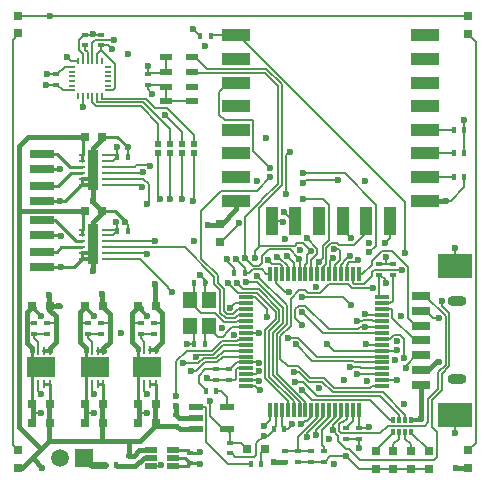
<source format=gtl>
G04 #@! TF.FileFunction,Copper,L1,Top,Signal*
%FSLAX46Y46*%
G04 Gerber Fmt 4.6, Leading zero omitted, Abs format (unit mm)*
G04 Created by KiCad (PCBNEW 4.1.0-alpha+201607160317+6981~46~ubuntu14.04.1-product) date Fri Jul 22 01:01:49 2016*
%MOMM*%
%LPD*%
G01*
G04 APERTURE LIST*
%ADD10C,0.100000*%
%ADD11R,1.150000X1.400000*%
%ADD12R,0.400000X0.600000*%
%ADD13R,0.600000X0.400000*%
%ADD14O,1.600000X0.900000*%
%ADD15R,1.600000X0.800000*%
%ADD16R,3.000000X2.100000*%
%ADD17R,2.000000X0.800000*%
%ADD18R,1.500000X1.500000*%
%ADD19C,1.500000*%
%ADD20R,0.320000X0.500000*%
%ADD21R,1.200000X0.300000*%
%ADD22R,0.300000X1.200000*%
%ADD23R,1.100000X0.600000*%
%ADD24R,0.500000X0.280000*%
%ADD25R,0.900000X3.400000*%
%ADD26R,1.000000X0.470000*%
%ADD27R,1.220000X0.620000*%
%ADD28R,0.250000X0.700000*%
%ADD29R,1.190000X0.830000*%
%ADD30R,1.100000X2.400000*%
%ADD31R,2.400000X1.100000*%
%ADD32R,0.500000X0.500000*%
%ADD33R,0.550000X0.200000*%
%ADD34R,0.200000X0.550000*%
%ADD35R,0.797560X0.797560*%
%ADD36R,0.750000X0.800000*%
%ADD37R,0.800000X0.750000*%
%ADD38C,0.600000*%
%ADD39C,0.400000*%
%ADD40C,0.160000*%
%ADD41C,0.250000*%
%ADD42C,0.300000*%
%ADD43C,0.600000*%
G04 APERTURE END LIST*
D10*
D11*
X134490000Y-99700000D03*
X134490000Y-101900000D03*
X132890000Y-101900000D03*
X132890000Y-99700000D03*
D12*
X137500000Y-97400000D03*
X136600000Y-97400000D03*
X140850000Y-110550000D03*
X139950000Y-110550000D03*
D13*
X147200000Y-110500000D03*
X147200000Y-111400000D03*
X148900000Y-97550000D03*
X148900000Y-96650000D03*
X146100000Y-110500000D03*
X146100000Y-111400000D03*
X150050000Y-97550000D03*
X150050000Y-96650000D03*
X135050000Y-106430000D03*
X135050000Y-105530000D03*
X136200000Y-106430000D03*
X136200000Y-105530000D03*
D12*
X134650000Y-77300000D03*
X133750000Y-77300000D03*
X134140000Y-103400000D03*
X133240000Y-103400000D03*
X133240000Y-98200000D03*
X134140000Y-98200000D03*
D13*
X121550000Y-80550000D03*
X121550000Y-81450000D03*
X125330000Y-78100000D03*
X125330000Y-77200000D03*
X129300000Y-80550000D03*
X129300000Y-81450000D03*
X123980000Y-78100000D03*
X123980000Y-77200000D03*
D12*
X126700000Y-87550000D03*
X127600000Y-87550000D03*
D13*
X132900000Y-112600000D03*
X132900000Y-113500000D03*
X143100000Y-112450000D03*
X143100000Y-113350000D03*
D12*
X126700000Y-93850000D03*
X127600000Y-93850000D03*
D13*
X136300000Y-111750000D03*
X136300000Y-112650000D03*
X131700000Y-110300000D03*
X131700000Y-109400000D03*
D14*
X155500000Y-106325000D03*
X155500000Y-99725000D03*
D15*
X152410000Y-99340000D03*
X152410000Y-100590000D03*
X152410000Y-101840000D03*
X152410000Y-103090000D03*
X152410000Y-104340000D03*
X152410000Y-105590000D03*
X152410000Y-106840000D03*
D16*
X155310000Y-109390000D03*
X155310000Y-96790000D03*
D17*
X120350000Y-88585000D03*
X120350000Y-87315000D03*
D18*
X123900000Y-113000000D03*
D19*
X121900000Y-113000000D03*
D17*
X120350000Y-91260000D03*
X120350000Y-89990000D03*
X120350000Y-94170000D03*
X120350000Y-92900000D03*
X120350000Y-96850000D03*
X120350000Y-95580000D03*
D12*
X125700000Y-113650000D03*
X126600000Y-113650000D03*
X156100000Y-85250000D03*
X155200000Y-85250000D03*
X156100000Y-87250000D03*
X155200000Y-87250000D03*
X156100000Y-89250000D03*
X155200000Y-89250000D03*
D13*
X144200000Y-113350000D03*
X144200000Y-112450000D03*
X127700000Y-112850000D03*
X127700000Y-113750000D03*
X140900000Y-113350000D03*
X140900000Y-112450000D03*
X142000000Y-112450000D03*
X142000000Y-113350000D03*
D12*
X135100000Y-107350000D03*
X134200000Y-107350000D03*
X138000000Y-113550000D03*
X138900000Y-113550000D03*
D13*
X120800000Y-101650000D03*
X120800000Y-102550000D03*
X129800000Y-101650000D03*
X129800000Y-102550000D03*
X119700000Y-102550000D03*
X119700000Y-101650000D03*
X128700000Y-102550000D03*
X128700000Y-101650000D03*
X125350000Y-101650000D03*
X125350000Y-102550000D03*
X124200000Y-102550000D03*
X124200000Y-101650000D03*
D20*
X151600000Y-109800000D03*
X150600000Y-109800000D03*
X151100000Y-109800000D03*
X150100000Y-109800000D03*
X151100000Y-110800000D03*
X151600000Y-110800000D03*
X150600000Y-110800000D03*
X150100000Y-110800000D03*
D21*
X137650000Y-99450000D03*
X137650000Y-99950000D03*
X137650000Y-100450000D03*
X137650000Y-100950000D03*
X137650000Y-101450000D03*
X137650000Y-101950000D03*
X137650000Y-102450000D03*
X137650000Y-102950000D03*
X137650000Y-103450000D03*
X137650000Y-103950000D03*
X137650000Y-104450000D03*
X137650000Y-104950000D03*
X137650000Y-105450000D03*
X137650000Y-105950000D03*
X137650000Y-106450000D03*
X137650000Y-106950000D03*
D22*
X139650000Y-108950000D03*
X140150000Y-108950000D03*
X140650000Y-108950000D03*
X141150000Y-108950000D03*
X141650000Y-108950000D03*
X142150000Y-108950000D03*
X142650000Y-108950000D03*
X143150000Y-108950000D03*
X143650000Y-108950000D03*
X144150000Y-108950000D03*
X144650000Y-108950000D03*
X145150000Y-108950000D03*
X145650000Y-108950000D03*
X146150000Y-108950000D03*
X146650000Y-108950000D03*
X147150000Y-108950000D03*
D21*
X149150000Y-106950000D03*
X149150000Y-106450000D03*
X149150000Y-105950000D03*
X149150000Y-105450000D03*
X149150000Y-104950000D03*
X149150000Y-104450000D03*
X149150000Y-103950000D03*
X149150000Y-103450000D03*
X149150000Y-102950000D03*
X149150000Y-102450000D03*
X149150000Y-101950000D03*
X149150000Y-101450000D03*
X149150000Y-100950000D03*
X149150000Y-100450000D03*
X149150000Y-99950000D03*
X149150000Y-99450000D03*
D22*
X147150000Y-97450000D03*
X146650000Y-97450000D03*
X146150000Y-97450000D03*
X145650000Y-97450000D03*
X145150000Y-97450000D03*
X144650000Y-97450000D03*
X144150000Y-97450000D03*
X143650000Y-97450000D03*
X143150000Y-97450000D03*
X142650000Y-97450000D03*
X142150000Y-97450000D03*
X141650000Y-97450000D03*
X141150000Y-97450000D03*
X140650000Y-97450000D03*
X140150000Y-97450000D03*
X139650000Y-97450000D03*
D23*
X130800000Y-81600000D03*
X130800000Y-82850000D03*
X130800000Y-80350000D03*
X130800000Y-79100000D03*
X133000000Y-79100000D03*
X133000000Y-80350000D03*
X133000000Y-82850000D03*
X133000000Y-81600000D03*
D24*
X123750000Y-87400000D03*
X123750000Y-87900000D03*
X123750000Y-88400000D03*
X123750000Y-88900000D03*
X123750000Y-89400000D03*
X123750000Y-89900000D03*
X125650000Y-89900000D03*
X125650000Y-89400000D03*
X125650000Y-88900000D03*
X125650000Y-88400000D03*
X125650000Y-87900000D03*
X125650000Y-87400000D03*
D25*
X124700000Y-88650000D03*
D26*
X131400000Y-113700000D03*
X131400000Y-113050000D03*
X131400000Y-112400000D03*
X129600000Y-112400000D03*
X129600000Y-113050000D03*
X129600000Y-113700000D03*
D24*
X123750000Y-93700000D03*
X123750000Y-94200000D03*
X123750000Y-94700000D03*
X123750000Y-95200000D03*
X123750000Y-95700000D03*
X123750000Y-96200000D03*
X125650000Y-96200000D03*
X125650000Y-95700000D03*
X125650000Y-95200000D03*
X125650000Y-94700000D03*
X125650000Y-94200000D03*
X125650000Y-93700000D03*
D25*
X124700000Y-94950000D03*
D27*
X135970000Y-108700000D03*
X135970000Y-110600000D03*
X133350000Y-110600000D03*
X133350000Y-109650000D03*
X133350000Y-108700000D03*
D28*
X121000000Y-103950000D03*
X120500000Y-103950000D03*
X120000000Y-103950000D03*
X119500000Y-103950000D03*
X119500000Y-106750000D03*
X120000000Y-106750000D03*
X120500000Y-106750000D03*
X121000000Y-106750000D03*
D29*
X119655000Y-105765000D03*
X120845000Y-105765000D03*
X119655000Y-104935000D03*
X120845000Y-104935000D03*
D28*
X130005000Y-103935000D03*
X129505000Y-103935000D03*
X129005000Y-103935000D03*
X128505000Y-103935000D03*
X128505000Y-106735000D03*
X129005000Y-106735000D03*
X129505000Y-106735000D03*
X130005000Y-106735000D03*
D29*
X128660000Y-105750000D03*
X129850000Y-105750000D03*
X128660000Y-104920000D03*
X129850000Y-104920000D03*
D28*
X125545000Y-103950000D03*
X125045000Y-103950000D03*
X124545000Y-103950000D03*
X124045000Y-103950000D03*
X124045000Y-106750000D03*
X124545000Y-106750000D03*
X125045000Y-106750000D03*
X125545000Y-106750000D03*
D29*
X124200000Y-105765000D03*
X125390000Y-105765000D03*
X124200000Y-104935000D03*
X125390000Y-104935000D03*
D30*
X139790000Y-93000000D03*
X141790000Y-93000000D03*
X143790000Y-93000000D03*
X145790000Y-93000000D03*
X147790000Y-93000000D03*
X149790000Y-93000000D03*
D31*
X136800000Y-77250000D03*
X136800000Y-79250000D03*
X136800000Y-81250000D03*
X136800000Y-83250000D03*
X136800000Y-85250000D03*
X136800000Y-87250000D03*
X136800000Y-89250000D03*
X136800000Y-91250000D03*
X152800000Y-91250000D03*
X152800000Y-89250000D03*
X152800000Y-87250000D03*
X152800000Y-85250000D03*
X152800000Y-83250000D03*
X152800000Y-81250000D03*
X152800000Y-79250000D03*
X152800000Y-77250000D03*
D32*
X130200000Y-86450000D03*
X130200000Y-87200000D03*
X131200000Y-86450000D03*
X131200000Y-87200000D03*
X132200000Y-86450000D03*
X132200000Y-87200000D03*
X133200000Y-86450000D03*
X133200000Y-87200000D03*
D33*
X125900000Y-81925000D03*
X125900000Y-81525000D03*
X125900000Y-81125000D03*
X125900000Y-80725000D03*
X125900000Y-80325000D03*
X125900000Y-79925000D03*
D34*
X125400000Y-79425000D03*
X125000000Y-79425000D03*
X124600000Y-79425000D03*
X124200000Y-79425000D03*
X123800000Y-79425000D03*
X123400000Y-79425000D03*
D33*
X122900000Y-79925000D03*
X122900000Y-80325000D03*
X122900000Y-80725000D03*
X122900000Y-81125000D03*
X122900000Y-81525000D03*
X122900000Y-81925000D03*
D34*
X123400000Y-82425000D03*
X123800000Y-82425000D03*
X124200000Y-82425000D03*
X124600000Y-82425000D03*
X125000000Y-82425000D03*
X125400000Y-82425000D03*
D35*
X156450000Y-75650700D03*
X156450000Y-77149300D03*
X118350000Y-75600700D03*
X118350000Y-77099300D03*
X156450000Y-112401400D03*
X156450000Y-113900000D03*
X139198600Y-112250000D03*
X137700000Y-112250000D03*
X118350000Y-112401400D03*
X118350000Y-113900000D03*
X153100000Y-112450700D03*
X153100000Y-113949300D03*
X150100000Y-112450000D03*
X150100000Y-113948600D03*
X148600000Y-112450700D03*
X148600000Y-113949300D03*
X151600000Y-112450700D03*
X151600000Y-113949300D03*
D36*
X135400000Y-93250000D03*
X135400000Y-94750000D03*
D37*
X123950000Y-85850000D03*
X125450000Y-85850000D03*
X121000000Y-108450000D03*
X119500000Y-108450000D03*
X125500000Y-108450000D03*
X124000000Y-108450000D03*
X123950000Y-92150000D03*
X125450000Y-92150000D03*
X125500000Y-110050000D03*
X124000000Y-110050000D03*
X125500000Y-100200000D03*
X124000000Y-100200000D03*
X130000000Y-110050000D03*
X128500000Y-110050000D03*
X121000000Y-100200000D03*
X119500000Y-100200000D03*
X130000000Y-100200000D03*
X128500000Y-100200000D03*
X121000000Y-110050000D03*
X119500000Y-110050000D03*
X130000000Y-108450000D03*
X128500000Y-108450000D03*
D38*
X147868179Y-106529990D03*
X152438150Y-109751841D03*
X150204379Y-104728236D03*
X135587570Y-102059343D03*
X139413972Y-101138559D03*
X150390000Y-103160000D03*
X136787246Y-96212944D03*
X143810022Y-107130010D03*
X148059980Y-94810000D03*
X149460010Y-98240000D03*
X156090000Y-84410000D03*
X126589955Y-93040000D03*
X141499989Y-110149316D03*
X145042577Y-113516268D03*
X148000000Y-110399991D03*
X133700000Y-112570000D03*
X134370000Y-93300000D03*
X126700000Y-86740000D03*
X120940000Y-99200000D03*
X121810002Y-100190000D03*
X124699998Y-91275000D03*
X124700000Y-97200000D03*
X123775000Y-83324998D03*
X120718308Y-81481704D03*
X136589998Y-102597422D03*
X127650000Y-78810000D03*
X153960000Y-104900000D03*
X139110000Y-111140000D03*
X145880000Y-106470000D03*
X143560000Y-98530000D03*
X121941342Y-94238658D03*
X121940000Y-96860000D03*
X138581176Y-89555352D03*
X138709957Y-104956590D03*
X133686969Y-97511905D03*
X136027233Y-96212944D03*
X141220742Y-98952665D03*
X147680000Y-89560000D03*
X139300000Y-85910000D03*
X131710000Y-108680000D03*
X127349968Y-93040000D03*
X132576873Y-103400170D03*
X146090000Y-112900000D03*
X155310000Y-95230000D03*
X155310000Y-110960000D03*
X147200000Y-112189998D03*
X133701950Y-113512089D03*
X149470000Y-96050010D03*
X133130000Y-76680000D03*
X154530000Y-91250000D03*
X137000000Y-93130000D03*
X129680000Y-82200000D03*
X127600000Y-86750000D03*
X124650613Y-77153552D03*
X121850000Y-91260000D03*
X121850000Y-88580000D03*
X120220000Y-109250000D03*
X129260000Y-101020000D03*
X124720000Y-109250000D03*
X129220000Y-109250000D03*
X124770000Y-101030000D03*
X120240000Y-101020000D03*
X151140000Y-105420000D03*
X138709957Y-102450000D03*
X142176325Y-95400163D03*
X140905673Y-94515964D03*
X134280010Y-106244994D03*
X133210000Y-94680000D03*
X129290000Y-79810000D03*
X120730000Y-80560000D03*
X125450000Y-99140000D03*
X126255131Y-78401910D03*
X129950002Y-98300000D03*
X134160000Y-78200000D03*
X144650010Y-111437687D03*
X140020000Y-113350002D03*
X120380000Y-113880000D03*
X155380000Y-113910000D03*
X145041137Y-95372554D03*
X147790000Y-103409990D03*
X148052458Y-95631832D03*
X142439957Y-88950000D03*
X150427029Y-103934346D03*
X144510000Y-103360000D03*
X144950430Y-96127132D03*
X146410987Y-95908359D03*
X147096838Y-96235813D03*
X139659990Y-89260201D03*
X142439957Y-89760000D03*
X145410000Y-89530000D03*
X138709957Y-105716603D03*
X141700000Y-105800000D03*
X138755281Y-106504780D03*
X141800000Y-106590000D03*
X136292924Y-100340021D03*
X129250001Y-107651501D03*
X147020010Y-101460000D03*
X147687439Y-100849943D03*
X150981838Y-108459990D03*
X120250003Y-107651485D03*
X121000000Y-75600000D03*
X141059272Y-95925258D03*
X147727170Y-101929955D03*
X142380000Y-101760000D03*
X129250000Y-91510000D03*
X143111502Y-95549677D03*
X138406729Y-96135805D03*
X142139284Y-96170030D03*
X137541525Y-96119768D03*
X143530057Y-111088659D03*
X142800021Y-111300000D03*
X141310000Y-87100000D03*
X141010000Y-90699978D03*
X140230000Y-95990000D03*
X127020000Y-102420000D03*
X151010000Y-104550000D03*
X142280000Y-110190000D03*
X130439994Y-113594863D03*
X128850000Y-88859990D03*
X132290000Y-105040000D03*
X128820000Y-90130000D03*
X132980000Y-105680000D03*
X141830000Y-103420000D03*
X129940000Y-94640000D03*
X129190000Y-95790000D03*
X141145986Y-102845986D03*
X142330000Y-100670000D03*
X129510000Y-88330000D03*
X131341873Y-98958127D03*
X133360000Y-104490000D03*
X153923155Y-101216845D03*
X154210002Y-99750000D03*
X144979990Y-110706838D03*
X142751768Y-94422436D03*
X139486741Y-96290021D03*
X151090000Y-95690000D03*
X150810000Y-97120000D03*
X150700000Y-101060000D03*
X134600000Y-108225000D03*
X142380000Y-99390000D03*
X146479543Y-100060010D03*
X143792908Y-96431165D03*
X139659990Y-88500197D03*
X142430000Y-91150000D03*
X138824959Y-107261591D03*
X142362043Y-107254032D03*
X131704662Y-107809447D03*
X124750001Y-107651501D03*
X139100000Y-110370000D03*
X122480000Y-79068006D03*
X136091526Y-98258322D03*
X130340000Y-91090000D03*
X136850000Y-98210000D03*
X131200001Y-91129999D03*
X137608355Y-98160002D03*
X132200000Y-91110000D03*
X138579515Y-97620468D03*
X133120000Y-91250000D03*
X146430000Y-105370000D03*
X140779998Y-93030000D03*
X146979317Y-105895626D03*
X140800002Y-92180000D03*
X148355106Y-98621415D03*
X146542113Y-94405510D03*
X150409364Y-106397180D03*
X149340000Y-94830000D03*
X126420000Y-77660006D03*
X130740000Y-83969996D03*
D39*
X136800000Y-91250000D02*
X136800000Y-91960000D01*
X136800000Y-91960000D02*
X135460000Y-93300000D01*
D40*
X135460000Y-93300000D02*
X135400000Y-93300000D01*
X152438150Y-109791850D02*
X152438150Y-109751841D01*
X152430000Y-109800000D02*
X152438150Y-109791850D01*
X152418159Y-109751841D02*
X152438150Y-109751841D01*
X152410000Y-109760000D02*
X152418159Y-109751841D01*
X137650000Y-99450000D02*
X138410000Y-99450000D01*
X138410000Y-99450000D02*
X139413972Y-100453972D01*
X139413972Y-100453972D02*
X139413972Y-101138559D01*
X137500000Y-96925698D02*
X136787246Y-96212944D01*
X137500000Y-97400000D02*
X137500000Y-96925698D01*
X138970466Y-97080466D02*
X139340000Y-97450000D01*
X138179534Y-97080466D02*
X138970466Y-97080466D01*
X137860000Y-97400000D02*
X138179534Y-97080466D01*
X137500000Y-97400000D02*
X137860000Y-97400000D01*
X139340000Y-97450000D02*
X139650000Y-97450000D01*
X148900000Y-97550000D02*
X149000000Y-97550000D01*
X149460010Y-98010010D02*
X149460010Y-98240000D01*
X149000000Y-97550000D02*
X149460010Y-98010010D01*
X156100000Y-85250000D02*
X156100000Y-84420000D01*
X156100000Y-84420000D02*
X156090000Y-84410000D01*
X156100000Y-85250000D02*
X156100000Y-87250000D01*
X126700000Y-93850000D02*
X126700000Y-93150045D01*
X126700000Y-93150045D02*
X126589955Y-93040000D01*
X140850000Y-110550000D02*
X141210000Y-110550000D01*
X141499989Y-110260011D02*
X141499989Y-110149316D01*
X141210000Y-110550000D02*
X141499989Y-110260011D01*
X147899991Y-110500000D02*
X148000000Y-110399991D01*
X147200000Y-110500000D02*
X147899991Y-110500000D01*
D39*
X152410000Y-106840000D02*
X152410000Y-109760000D01*
D41*
X132900000Y-112600000D02*
X133670000Y-112600000D01*
X133670000Y-112600000D02*
X133700000Y-112570000D01*
D42*
X151600000Y-109800000D02*
X152430000Y-109800000D01*
D39*
X135400000Y-93300000D02*
X134370000Y-93300000D01*
D40*
X126700000Y-87550000D02*
X126700000Y-86740000D01*
D39*
X120950000Y-99210000D02*
X120940000Y-99200000D01*
X120950000Y-100200000D02*
X120950000Y-99210000D01*
X121870000Y-100200000D02*
X121860000Y-100190000D01*
X121860000Y-100190000D02*
X121810002Y-100190000D01*
X120950000Y-100200000D02*
X121870000Y-100200000D01*
X121525000Y-101650000D02*
X121525000Y-101055000D01*
X121525000Y-101055000D02*
X120950000Y-100480000D01*
X120950000Y-100480000D02*
X120950000Y-100200000D01*
D40*
X140650000Y-108950000D02*
X140650000Y-110350000D01*
X140650000Y-110350000D02*
X140850000Y-110550000D01*
D39*
X121525000Y-103200000D02*
X121525000Y-101650000D01*
D40*
X120800000Y-101650000D02*
X121525000Y-101650000D01*
D39*
X121000000Y-103950000D02*
X121000000Y-103725000D01*
X121000000Y-103725000D02*
X121525000Y-103200000D01*
D42*
X120500000Y-103950000D02*
X121000000Y-103950000D01*
D40*
X120900000Y-101650000D02*
X120800000Y-101650000D01*
X135400000Y-93300000D02*
X135500000Y-93300000D01*
D41*
X131400000Y-112400000D02*
X132700000Y-112400000D01*
X132700000Y-112400000D02*
X132900000Y-112600000D01*
D40*
X147150000Y-108950000D02*
X147150000Y-110450000D01*
X147150000Y-110450000D02*
X147200000Y-110500000D01*
X149150000Y-99450000D02*
X148900000Y-99450000D01*
X148900000Y-99450000D02*
X148900000Y-97550000D01*
X125650000Y-94200000D02*
X126350000Y-94200000D01*
X126350000Y-94200000D02*
X126700000Y-93850000D01*
X125650000Y-93700000D02*
X126550000Y-93700000D01*
X126550000Y-93700000D02*
X126700000Y-93850000D01*
X125650000Y-87900000D02*
X126350000Y-87900000D01*
X126350000Y-87900000D02*
X126700000Y-87550000D01*
X125650000Y-87400000D02*
X126550000Y-87400000D01*
X126550000Y-87400000D02*
X126700000Y-87550000D01*
D42*
X123750000Y-96200000D02*
X124400000Y-96200000D01*
X124400000Y-96200000D02*
X124700000Y-95900000D01*
X124700000Y-95900000D02*
X124700000Y-94950000D01*
X123750000Y-95700000D02*
X124350000Y-95700000D01*
X124350000Y-95700000D02*
X124700000Y-95350000D01*
X124700000Y-95350000D02*
X124700000Y-94950000D01*
X123750000Y-89400000D02*
X124300000Y-89400000D01*
X124300000Y-89400000D02*
X124700000Y-89000000D01*
X124700000Y-89000000D02*
X124700000Y-88650000D01*
X123750000Y-89900000D02*
X124500000Y-89900000D01*
X124500000Y-89900000D02*
X124700000Y-89700000D01*
X124700000Y-89700000D02*
X124700000Y-88650000D01*
D39*
X124699998Y-91275000D02*
X124699998Y-91399998D01*
X124699998Y-91399998D02*
X125450000Y-92150000D01*
X124700000Y-91274998D02*
X124699998Y-91275000D01*
X124700000Y-88650000D02*
X124700000Y-91274998D01*
X124700000Y-94950000D02*
X124700000Y-97200000D01*
X125450000Y-92150000D02*
X125450000Y-92325000D01*
X125450000Y-92325000D02*
X124700000Y-93075000D01*
X124700000Y-93075000D02*
X124700000Y-94950000D01*
X125450000Y-85850000D02*
X125450000Y-86050000D01*
X125450000Y-86050000D02*
X124700000Y-86800000D01*
X124700000Y-86800000D02*
X124700000Y-88650000D01*
D40*
X123800000Y-83299998D02*
X123775000Y-83324998D01*
X123800000Y-82425000D02*
X123800000Y-83299998D01*
X121550000Y-81450000D02*
X120750012Y-81450000D01*
X120750012Y-81450000D02*
X120718308Y-81481704D01*
D39*
X152410000Y-105590000D02*
X153050000Y-105590000D01*
X153050000Y-105590000D02*
X153740000Y-104900000D01*
X153740000Y-104900000D02*
X153960000Y-104900000D01*
D40*
X136300000Y-112650000D02*
X136400000Y-112650000D01*
X136710000Y-112960000D02*
X138310000Y-112960000D01*
X138310000Y-112960000D02*
X138460000Y-112810000D01*
X136400000Y-112650000D02*
X136710000Y-112960000D01*
X138460000Y-112810000D02*
X138460000Y-111790000D01*
X138460000Y-111790000D02*
X139110000Y-111140000D01*
D39*
X131700000Y-109400000D02*
X131950000Y-109650000D01*
X131950000Y-109650000D02*
X133350000Y-109650000D01*
X128660000Y-104920000D02*
X129850000Y-104920000D01*
X129850000Y-105750000D02*
X129850000Y-104920000D01*
X128660000Y-105750000D02*
X129850000Y-105750000D01*
X128660000Y-104920000D02*
X128660000Y-105750000D01*
X119655000Y-105765000D02*
X120845000Y-105765000D01*
X119655000Y-104935000D02*
X119655000Y-105765000D01*
X120845000Y-104935000D02*
X119655000Y-104935000D01*
X120845000Y-105765000D02*
X120845000Y-104935000D01*
X124200000Y-104935000D02*
X124200000Y-105765000D01*
X125390000Y-104935000D02*
X124200000Y-104935000D01*
X125390000Y-105765000D02*
X125390000Y-104935000D01*
X124200000Y-105765000D02*
X125390000Y-105765000D01*
D41*
X125400000Y-92150000D02*
X126530000Y-92150000D01*
X127349968Y-92969968D02*
X127349968Y-93040000D01*
X126530000Y-92150000D02*
X127349968Y-92969968D01*
D40*
X130800000Y-81600000D02*
X130680000Y-81480000D01*
X130680000Y-81480000D02*
X129330000Y-81480000D01*
X129330000Y-81480000D02*
X129300000Y-81450000D01*
X139460000Y-111140000D02*
X139110000Y-111140000D01*
X139950000Y-110650000D02*
X139460000Y-111140000D01*
X139950000Y-110550000D02*
X139950000Y-110650000D01*
D41*
X123750000Y-89900000D02*
X123750000Y-89400000D01*
X120350000Y-94170000D02*
X121872684Y-94170000D01*
X121872684Y-94170000D02*
X121941342Y-94238658D01*
X121940000Y-96860000D02*
X123090000Y-96860000D01*
X123090000Y-96860000D02*
X123750000Y-96200000D01*
X120350000Y-96850000D02*
X121930000Y-96850000D01*
X121930000Y-96850000D02*
X121940000Y-96860000D01*
X123750000Y-95700000D02*
X123750000Y-96200000D01*
D40*
X138703367Y-104950000D02*
X138709957Y-104956590D01*
X137650000Y-104950000D02*
X138703367Y-104950000D01*
X134330000Y-98154937D02*
X133986968Y-97811904D01*
X136600000Y-96940000D02*
X136027233Y-96367233D01*
X134330000Y-98220000D02*
X134330000Y-98154937D01*
X136027233Y-96367233D02*
X136027233Y-96212944D01*
X133986968Y-97811904D02*
X133686969Y-97511905D01*
X136600000Y-97400000D02*
X136600000Y-96940000D01*
X140150000Y-98210000D02*
X140892665Y-98952665D01*
X140892665Y-98952665D02*
X141220742Y-98952665D01*
X140150000Y-97450000D02*
X140150000Y-98210000D01*
D39*
X131700000Y-109400000D02*
X131700000Y-108690000D01*
D40*
X131700000Y-108690000D02*
X131710000Y-108680000D01*
X127600000Y-93290032D02*
X127349968Y-93040000D01*
X127600000Y-93850000D02*
X127600000Y-93290032D01*
X133200170Y-103400170D02*
X132576873Y-103400170D01*
X133230000Y-103430000D02*
X133200170Y-103400170D01*
X133240000Y-103400000D02*
X133240000Y-102250000D01*
X135050000Y-105530000D02*
X134180000Y-105530000D01*
X134180000Y-105530000D02*
X133640000Y-106070000D01*
X133640000Y-106070000D02*
X133640000Y-106690000D01*
X133640000Y-106690000D02*
X134200000Y-107250000D01*
X134200000Y-107250000D02*
X134200000Y-107350000D01*
X137650000Y-104950000D02*
X136870000Y-104950000D01*
X136870000Y-104950000D02*
X136290000Y-105530000D01*
X136290000Y-105530000D02*
X136200000Y-105530000D01*
X136200000Y-105530000D02*
X135050000Y-105530000D01*
X144200000Y-113350000D02*
X144300000Y-113350000D01*
X144300000Y-113350000D02*
X144750000Y-112900000D01*
X144750000Y-112900000D02*
X146090000Y-112900000D01*
X144200000Y-113350000D02*
X143100000Y-113350000D01*
X147139300Y-113949300D02*
X146090000Y-112900000D01*
X148600000Y-113949300D02*
X147139300Y-113949300D01*
X155310000Y-96790000D02*
X155310000Y-95230000D01*
X155310000Y-109390000D02*
X155310000Y-110960000D01*
X147200000Y-111400000D02*
X147200000Y-112189998D01*
X133602089Y-113512089D02*
X133701950Y-113512089D01*
X133590000Y-113500000D02*
X133602089Y-113512089D01*
X153100000Y-113949300D02*
X151600000Y-113949300D01*
X150100000Y-113948600D02*
X151599300Y-113948600D01*
X151599300Y-113948600D02*
X151600000Y-113949300D01*
X148600000Y-113949300D02*
X150099300Y-113949300D01*
X150099300Y-113949300D02*
X150100000Y-113948600D01*
X149470000Y-96650000D02*
X149470000Y-96050010D01*
X133750000Y-77300000D02*
X133130000Y-76680000D01*
X149470000Y-96650000D02*
X150050000Y-96650000D01*
X148900000Y-96650000D02*
X149470000Y-96650000D01*
X156100000Y-89250000D02*
X156100000Y-90120000D01*
X156100000Y-90120000D02*
X154970000Y-91250000D01*
X154970000Y-91250000D02*
X154530000Y-91250000D01*
D39*
X154530000Y-91250000D02*
X152800000Y-91250000D01*
D40*
X135400000Y-94700000D02*
X135550000Y-94700000D01*
X135550000Y-94700000D02*
X137000000Y-93250000D01*
X137000000Y-93250000D02*
X137000000Y-93130000D01*
X129300000Y-81450000D02*
X129300000Y-81820000D01*
X129300000Y-81820000D02*
X129680000Y-82200000D01*
D41*
X127600000Y-86750000D02*
X126700000Y-85850000D01*
X126700000Y-85850000D02*
X125400000Y-85850000D01*
D40*
X127600000Y-87550000D02*
X127600000Y-86750000D01*
X125400000Y-92150000D02*
X125400000Y-92300000D01*
X125400000Y-85850000D02*
X125400000Y-86000000D01*
D41*
X131400000Y-113050000D02*
X132450000Y-113050000D01*
X132450000Y-113050000D02*
X132900000Y-113500000D01*
X132900000Y-113500000D02*
X133590000Y-113500000D01*
D40*
X140150000Y-108950000D02*
X140150000Y-110350000D01*
X140150000Y-110350000D02*
X139950000Y-110550000D01*
X123800000Y-79425000D02*
X123800000Y-78852002D01*
X123880000Y-77200000D02*
X123980000Y-77200000D01*
X123800000Y-78852002D02*
X123439999Y-78492001D01*
X123439999Y-78492001D02*
X123439999Y-77640001D01*
X123439999Y-77640001D02*
X123880000Y-77200000D01*
X124650613Y-77153552D02*
X124697061Y-77200000D01*
X124697061Y-77200000D02*
X125330000Y-77200000D01*
X123980000Y-77200000D02*
X124604165Y-77200000D01*
X124604165Y-77200000D02*
X124650613Y-77153552D01*
X121550000Y-81450000D02*
X121650000Y-81450000D01*
X122125000Y-81925000D02*
X122900000Y-81925000D01*
X121650000Y-81450000D02*
X122125000Y-81925000D01*
X123750000Y-89900000D02*
X123630000Y-89900000D01*
D41*
X123630000Y-89900000D02*
X122270000Y-91260000D01*
X122270000Y-91260000D02*
X121850000Y-91260000D01*
X120950000Y-91260000D02*
X121850000Y-91260000D01*
X120350000Y-91260000D02*
X120950000Y-91260000D01*
X120350000Y-88585000D02*
X121845000Y-88585000D01*
D40*
X121845000Y-88585000D02*
X121850000Y-88580000D01*
X119550000Y-109250000D02*
X120220000Y-109250000D01*
X128550000Y-100200000D02*
X128550000Y-100310000D01*
D42*
X128550000Y-100310000D02*
X129260000Y-101020000D01*
D40*
X124050000Y-109250000D02*
X124720000Y-109250000D01*
X128550000Y-109250000D02*
X129220000Y-109250000D01*
X124050000Y-100200000D02*
X124050000Y-100310000D01*
D42*
X124050000Y-100310000D02*
X124770000Y-101030000D01*
D40*
X119550000Y-100200000D02*
X119550000Y-100330000D01*
D42*
X119550000Y-100330000D02*
X120240000Y-101020000D01*
D39*
X128550000Y-109250000D02*
X128550000Y-108450000D01*
X128550000Y-110050000D02*
X128550000Y-109250000D01*
X124050000Y-109250000D02*
X124050000Y-108450000D01*
X124050000Y-110050000D02*
X124050000Y-109250000D01*
X119550000Y-109250000D02*
X119550000Y-108450000D01*
X119550000Y-110050000D02*
X119550000Y-109250000D01*
D41*
X124045000Y-106750000D02*
X124045000Y-105920000D01*
X124045000Y-105920000D02*
X124200000Y-105765000D01*
D39*
X119039999Y-103264999D02*
X119039999Y-101700000D01*
X119039999Y-101700000D02*
X119039999Y-100710001D01*
D40*
X119700000Y-101650000D02*
X119089999Y-101650000D01*
X119089999Y-101650000D02*
X119039999Y-101700000D01*
D39*
X127980000Y-103185000D02*
X127980000Y-101650000D01*
X127980000Y-101650000D02*
X127980000Y-100770000D01*
D40*
X128700000Y-101650000D02*
X127980000Y-101650000D01*
D39*
X123539999Y-103219999D02*
X123539999Y-101650000D01*
X123539999Y-101650000D02*
X123539999Y-100710001D01*
D40*
X124200000Y-101650000D02*
X123539999Y-101650000D01*
D39*
X124045000Y-103950000D02*
X124045000Y-103725000D01*
X124045000Y-103725000D02*
X123539999Y-103219999D01*
X123539999Y-100710001D02*
X124050000Y-100200000D01*
X119500000Y-103950000D02*
X119500000Y-103725000D01*
X119500000Y-103725000D02*
X119039999Y-103264999D01*
X119039999Y-100710001D02*
X119550000Y-100200000D01*
X128505000Y-103935000D02*
X128505000Y-103710000D01*
X128505000Y-103710000D02*
X127980000Y-103185000D01*
X127980000Y-100770000D02*
X128550000Y-100200000D01*
X119700000Y-100350000D02*
X119550000Y-100200000D01*
X128700000Y-100350000D02*
X128550000Y-100200000D01*
D40*
X124100000Y-101650000D02*
X124200000Y-101650000D01*
X119600000Y-101650000D02*
X119700000Y-101650000D01*
D41*
X128505000Y-103935000D02*
X128505000Y-104765000D01*
X128505000Y-104765000D02*
X128660000Y-104920000D01*
X124045000Y-103950000D02*
X124045000Y-104780000D01*
X124045000Y-104780000D02*
X124200000Y-104935000D01*
X119500000Y-103950000D02*
X119500000Y-104780000D01*
X119500000Y-104780000D02*
X119655000Y-104935000D01*
X128505000Y-106735000D02*
X128505000Y-105905000D01*
X128505000Y-105905000D02*
X128660000Y-105750000D01*
X128505000Y-106735000D02*
X128505000Y-108405000D01*
X128505000Y-108405000D02*
X128550000Y-108450000D01*
D40*
X131700000Y-109400000D02*
X131775000Y-109475000D01*
X133175000Y-109475000D02*
X133350000Y-109650000D01*
X137650000Y-104950000D02*
X137575000Y-105025000D01*
X133240000Y-102250000D02*
X132890000Y-101900000D01*
X134140000Y-98200000D02*
X134140000Y-99350000D01*
X134140000Y-99350000D02*
X134490000Y-99700000D01*
X128550000Y-106780000D02*
X128505000Y-106735000D01*
D41*
X124050000Y-108450000D02*
X124050000Y-106755000D01*
D40*
X124050000Y-106755000D02*
X124045000Y-106750000D01*
D41*
X119500000Y-106750000D02*
X119500000Y-105920000D01*
D40*
X119500000Y-105920000D02*
X119655000Y-105765000D01*
D41*
X119500000Y-106750000D02*
X119500000Y-108400000D01*
D40*
X119500000Y-108400000D02*
X119550000Y-108450000D01*
D41*
X131400000Y-113700000D02*
X132700000Y-113700000D01*
X132700000Y-113700000D02*
X132900000Y-113500000D01*
D40*
X142000000Y-113350000D02*
X143100000Y-113350000D01*
X146100000Y-111400000D02*
X147200000Y-111400000D01*
X133000000Y-82850000D02*
X130800000Y-82850000D01*
X130800000Y-82850000D02*
X130800000Y-81600000D01*
X151140000Y-105210000D02*
X151140000Y-105420000D01*
X152010000Y-104340000D02*
X151140000Y-105210000D01*
X152410000Y-104340000D02*
X152010000Y-104340000D01*
X137650000Y-102450000D02*
X138709957Y-102450000D01*
X130800000Y-80350000D02*
X130680000Y-80470000D01*
X130680000Y-80470000D02*
X129380000Y-80470000D01*
X129380000Y-80470000D02*
X129300000Y-80550000D01*
X134465016Y-106430000D02*
X134280010Y-106244994D01*
X135050000Y-106430000D02*
X134465016Y-106430000D01*
X135050000Y-106430000D02*
X136200000Y-106430000D01*
X136200000Y-106430000D02*
X136660000Y-106430000D01*
X136660000Y-106430000D02*
X136770000Y-106320000D01*
X136770000Y-106320000D02*
X136770000Y-105570000D01*
X136770000Y-105570000D02*
X136890000Y-105450000D01*
X136890000Y-105450000D02*
X137650000Y-105450000D01*
X129300000Y-80550000D02*
X129300000Y-79820000D01*
X129300000Y-79820000D02*
X129290000Y-79810000D01*
X121550000Y-80550000D02*
X120740000Y-80550000D01*
X120740000Y-80550000D02*
X120730000Y-80560000D01*
D39*
X125450000Y-100200000D02*
X125450000Y-99140000D01*
D40*
X125330000Y-78100000D02*
X125953221Y-78100000D01*
X125953221Y-78100000D02*
X126255131Y-78401910D01*
X125900000Y-81925000D02*
X126335000Y-81925000D01*
X126335000Y-81925000D02*
X126550000Y-81710000D01*
X126550000Y-81710000D02*
X126550000Y-79720000D01*
X126550000Y-79720000D02*
X125330000Y-78500000D01*
X125330000Y-78100000D02*
X125330000Y-78500000D01*
X125330000Y-78500000D02*
X125000000Y-78830000D01*
X125000000Y-78830000D02*
X125000000Y-79425000D01*
X122900000Y-79925000D02*
X122265000Y-79925000D01*
X122265000Y-79925000D02*
X121640000Y-80550000D01*
X121640000Y-80550000D02*
X121550000Y-80550000D01*
D39*
X126070000Y-103200000D02*
X126070000Y-101650000D01*
X126070000Y-101650000D02*
X126070000Y-100820000D01*
D40*
X125350000Y-101650000D02*
X126070000Y-101650000D01*
D39*
X125545000Y-103950000D02*
X125545000Y-103725000D01*
X125545000Y-103725000D02*
X126070000Y-103200000D01*
X126070000Y-100820000D02*
X125450000Y-100200000D01*
X125545000Y-103950000D02*
X125550000Y-103950000D01*
D42*
X125045000Y-103950000D02*
X125545000Y-103950000D01*
D40*
X125450000Y-101650000D02*
X125350000Y-101650000D01*
X130800000Y-80350000D02*
X130800000Y-79100000D01*
X146650000Y-108950000D02*
X146650000Y-109950000D01*
X146650000Y-109950000D02*
X146100000Y-110500000D01*
D39*
X129950000Y-98300002D02*
X129950002Y-98300000D01*
X129950000Y-100200000D02*
X129950000Y-98300002D01*
X130530000Y-103185000D02*
X130530000Y-101650000D01*
X130530000Y-101650000D02*
X130530000Y-100780000D01*
D40*
X129800000Y-101650000D02*
X130530000Y-101650000D01*
D39*
X130005000Y-103935000D02*
X130005000Y-103710000D01*
X130005000Y-103710000D02*
X130530000Y-103185000D01*
X130530000Y-100780000D02*
X129950000Y-100200000D01*
D42*
X129505000Y-103935000D02*
X130005000Y-103935000D01*
D39*
X130015000Y-103935000D02*
X130005000Y-103935000D01*
X131700000Y-110300000D02*
X132000000Y-110600000D01*
X132000000Y-110600000D02*
X133350000Y-110600000D01*
X129950000Y-110050000D02*
X130200000Y-110300000D01*
X130200000Y-110300000D02*
X131700000Y-110300000D01*
X120250000Y-112300000D02*
X119570000Y-112980000D01*
X119570000Y-112980000D02*
X118650000Y-113900000D01*
X120380000Y-113880000D02*
X119570000Y-113070000D01*
X119570000Y-113070000D02*
X119570000Y-112980000D01*
X124000000Y-92150000D02*
X123960000Y-92110000D01*
X123960000Y-92110000D02*
X118370000Y-92110000D01*
X118370000Y-110420000D02*
X118370000Y-92110000D01*
X118370000Y-92110000D02*
X118370000Y-86630000D01*
X120250000Y-112300000D02*
X118370000Y-110420000D01*
X118370000Y-86630000D02*
X119150000Y-85850000D01*
X119150000Y-85850000D02*
X124000000Y-85850000D01*
X123980000Y-92130000D02*
X124000000Y-92150000D01*
X120950000Y-111600000D02*
X120250000Y-112300000D01*
D41*
X140020002Y-113350000D02*
X140020000Y-113350002D01*
D39*
X140900000Y-113350000D02*
X140020002Y-113350000D01*
X156450000Y-113900000D02*
X155390000Y-113900000D01*
D40*
X155390000Y-113900000D02*
X155380000Y-113910000D01*
X133125000Y-110375000D02*
X133350000Y-110600000D01*
D39*
X129950000Y-110300000D02*
X128650000Y-111600000D01*
X127700000Y-111600000D02*
X125500000Y-111600000D01*
X125500000Y-111600000D02*
X120950000Y-111600000D01*
X120950000Y-111600000D02*
X120950000Y-110050000D01*
X125450000Y-111550000D02*
X125450000Y-110050000D01*
D41*
X123750000Y-93700000D02*
X123770000Y-93680000D01*
X123770000Y-93680000D02*
X123770000Y-92380000D01*
X123770000Y-92380000D02*
X124000000Y-92150000D01*
X123750000Y-87400000D02*
X123770000Y-87380000D01*
X123770000Y-87380000D02*
X123770000Y-86080000D01*
X123770000Y-86080000D02*
X124000000Y-85850000D01*
X129505000Y-106735000D02*
X130005000Y-106735000D01*
X125045000Y-106750000D02*
X125545000Y-106750000D01*
X120500000Y-106750000D02*
X121000000Y-106750000D01*
D39*
X128108027Y-112850000D02*
X127700000Y-112850000D01*
X129600000Y-112400000D02*
X128558027Y-112400000D01*
X128558027Y-112400000D02*
X128108027Y-112850000D01*
X127700000Y-112800000D02*
X127700000Y-111600000D01*
X128650000Y-111600000D02*
X127700000Y-111600000D01*
X120950000Y-110050000D02*
X120950000Y-108450000D01*
X125450000Y-110050000D02*
X125450000Y-108450000D01*
X129950000Y-110050000D02*
X129950000Y-108450000D01*
X118650000Y-113900000D02*
X118350000Y-113900000D01*
X125500000Y-111600000D02*
X125450000Y-111550000D01*
D40*
X118350000Y-113900000D02*
X118575000Y-113900000D01*
X129950000Y-110300000D02*
X129950000Y-110050000D01*
X129950000Y-110050000D02*
X129750000Y-110250000D01*
X129750000Y-112250000D02*
X129600000Y-112400000D01*
X131700000Y-110300000D02*
X131775000Y-110375000D01*
D41*
X121000000Y-106750000D02*
X121000000Y-108400000D01*
D40*
X121000000Y-108400000D02*
X120950000Y-108450000D01*
D41*
X125545000Y-106750000D02*
X125545000Y-108355000D01*
D40*
X125545000Y-108355000D02*
X125450000Y-108450000D01*
D41*
X130005000Y-106735000D02*
X130005000Y-108395000D01*
D40*
X130005000Y-108395000D02*
X129950000Y-108450000D01*
D41*
X123750000Y-94200000D02*
X123750000Y-93700000D01*
X123750000Y-87900000D02*
X123750000Y-87400000D01*
D40*
X145465401Y-95372554D02*
X145041137Y-95372554D01*
X145600000Y-95507153D02*
X145465401Y-95372554D01*
X145600000Y-96270000D02*
X145600000Y-95507153D01*
X145150000Y-97450000D02*
X145150000Y-96720000D01*
X145150000Y-96720000D02*
X145600000Y-96270000D01*
X149150000Y-103450000D02*
X147830010Y-103450000D01*
X147830010Y-103450000D02*
X147790000Y-103409990D01*
X145960000Y-88950000D02*
X148610000Y-91600000D01*
X148610000Y-95074290D02*
X148052458Y-95631832D01*
X142439957Y-88950000D02*
X145960000Y-88950000D01*
X148610000Y-91600000D02*
X148610000Y-95074290D01*
X150411375Y-103950000D02*
X150427029Y-103934346D01*
X149150000Y-103950000D02*
X150411375Y-103950000D01*
X149150000Y-103950000D02*
X145100000Y-103950000D01*
X145100000Y-103950000D02*
X144510000Y-103360000D01*
X144650000Y-97450000D02*
X144730422Y-97369578D01*
X144730422Y-97369578D02*
X144730422Y-96347140D01*
X144730422Y-96347140D02*
X144950430Y-96127132D01*
X146110988Y-96218258D02*
X146110988Y-96208358D01*
X145650000Y-97450000D02*
X145650000Y-96679246D01*
X145650000Y-96679246D02*
X146110988Y-96218258D01*
X146110988Y-96208358D02*
X146410987Y-95908359D01*
X146359128Y-96480872D02*
X146851779Y-96480872D01*
X146150000Y-97450000D02*
X146150000Y-96690000D01*
X146851779Y-96480872D02*
X147096838Y-96235813D01*
X146150000Y-96690000D02*
X146359128Y-96480872D01*
X138520191Y-90400000D02*
X139659990Y-89260201D01*
X136959225Y-100450000D02*
X136529202Y-100880023D01*
X136529202Y-100880023D02*
X136033722Y-100880023D01*
X133829999Y-92089203D02*
X135519202Y-90400000D01*
X137650000Y-100450000D02*
X136959225Y-100450000D01*
X136033722Y-100880023D02*
X135752922Y-100599223D01*
X135752922Y-100599223D02*
X135752922Y-98718922D01*
X135752922Y-98718922D02*
X135220000Y-98186000D01*
X135220000Y-98186000D02*
X135220000Y-97553684D01*
X135220000Y-97553684D02*
X133829999Y-96163683D01*
X133829999Y-96163683D02*
X133829999Y-92089203D01*
X135519202Y-90400000D02*
X138520191Y-90400000D01*
X142669957Y-89530000D02*
X142439957Y-89760000D01*
X145410000Y-89530000D02*
X142669957Y-89530000D01*
D41*
X120350000Y-87315000D02*
X121640000Y-87315000D01*
X121640000Y-87315000D02*
X122725000Y-88400000D01*
X122725000Y-88400000D02*
X123750000Y-88400000D01*
D39*
X127700000Y-113750000D02*
X128250000Y-113750000D01*
X128250000Y-113750000D02*
X128950000Y-113050000D01*
X128950000Y-113050000D02*
X129600000Y-113050000D01*
X127700000Y-113750000D02*
X126700000Y-113750000D01*
D40*
X126700000Y-113750000D02*
X126600000Y-113650000D01*
X144060000Y-106590000D02*
X142914264Y-106590000D01*
X144939977Y-107469977D02*
X144060000Y-106590000D01*
X149179977Y-107469977D02*
X144939977Y-107469977D01*
X151100000Y-109390000D02*
X149179977Y-107469977D01*
X151100000Y-109800000D02*
X151100000Y-109390000D01*
X142124264Y-105800000D02*
X141700000Y-105800000D01*
X142914264Y-106590000D02*
X142124264Y-105800000D01*
X138476560Y-105950000D02*
X138709957Y-105716603D01*
X137650000Y-105950000D02*
X138476560Y-105950000D01*
X150600000Y-109800000D02*
X150600000Y-109390000D01*
X150600000Y-109390000D02*
X148999988Y-107789988D01*
X148999988Y-107789988D02*
X143661689Y-107789988D01*
X143661689Y-107789988D02*
X142461701Y-106590000D01*
X142461701Y-106590000D02*
X141800000Y-106590000D01*
X138700501Y-106450000D02*
X138755281Y-106504780D01*
X137650000Y-106450000D02*
X138700501Y-106450000D01*
X136682945Y-99950000D02*
X136292924Y-100340021D01*
X137650000Y-99950000D02*
X136682945Y-99950000D01*
X129005000Y-106735000D02*
X129005000Y-107406500D01*
X129005000Y-107406500D02*
X129250001Y-107651501D01*
X147444274Y-101460000D02*
X147020010Y-101460000D01*
X147514321Y-101389953D02*
X147444274Y-101460000D01*
X148329953Y-101389953D02*
X147514321Y-101389953D01*
X149150000Y-101450000D02*
X148390000Y-101450000D01*
X148390000Y-101450000D02*
X148329953Y-101389953D01*
X147787496Y-100950000D02*
X147687439Y-100849943D01*
X149150000Y-100950000D02*
X147787496Y-100950000D01*
X120000000Y-107401482D02*
X120250003Y-107651485D01*
X120000000Y-106750000D02*
X120000000Y-107401482D01*
X156450000Y-75650700D02*
X121050700Y-75650700D01*
X121050700Y-75650700D02*
X121000000Y-75600000D01*
X121000000Y-75600000D02*
X118350700Y-75600000D01*
X118350700Y-75600000D02*
X118350000Y-75600700D01*
X143650000Y-109619202D02*
X142000000Y-111269202D01*
X142000000Y-111269202D02*
X142000000Y-112450000D01*
X143650000Y-108950000D02*
X143650000Y-109619202D01*
X142000000Y-112450000D02*
X140900000Y-112450000D01*
X143100000Y-112450000D02*
X142000000Y-112450000D01*
X138900000Y-113550000D02*
X138900000Y-112548600D01*
X138900000Y-112548600D02*
X139198600Y-112250000D01*
X144200000Y-112090000D02*
X144200000Y-112450000D01*
X145150000Y-108950000D02*
X145150000Y-109610000D01*
X144070058Y-110689942D02*
X144070058Y-111960058D01*
X144070058Y-111960058D02*
X144200000Y-112090000D01*
X145150000Y-109610000D02*
X144070058Y-110689942D01*
X145150000Y-108950000D02*
X145150000Y-109540000D01*
X141650000Y-96515986D02*
X141059272Y-95925258D01*
X141650000Y-97450000D02*
X141650000Y-96515986D01*
X128889202Y-89400000D02*
X129360001Y-89870799D01*
X125650000Y-89400000D02*
X128889202Y-89400000D01*
X129360001Y-89870799D02*
X129360001Y-91399999D01*
X129360001Y-91399999D02*
X129250000Y-91510000D01*
X147727170Y-101929955D02*
X147302906Y-101929955D01*
X147302906Y-101929955D02*
X147082861Y-102150000D01*
X147082861Y-102150000D02*
X144609202Y-102150000D01*
X144609202Y-102150000D02*
X142589201Y-100129999D01*
X142589201Y-100129999D02*
X142070799Y-100129999D01*
X142070799Y-100129999D02*
X141789999Y-100410799D01*
X141789999Y-100410799D02*
X141789999Y-101169999D01*
X141789999Y-101169999D02*
X142380000Y-101760000D01*
X147747215Y-101950000D02*
X147727170Y-101929955D01*
X149150000Y-101950000D02*
X147747215Y-101950000D01*
X133000000Y-79100000D02*
X133320000Y-79100000D01*
X133320000Y-79100000D02*
X134310000Y-80090000D01*
X134310000Y-80090000D02*
X139347439Y-80090000D01*
X138750000Y-91857998D02*
X138750000Y-95206708D01*
X139347439Y-80090000D02*
X140650011Y-81392572D01*
X140650011Y-81392572D02*
X140650011Y-89957987D01*
X140650011Y-89957987D02*
X138750000Y-91857998D01*
X138750000Y-95206708D02*
X138744589Y-95212119D01*
X142770246Y-95890933D02*
X143111502Y-95549677D01*
X142770246Y-96569754D02*
X142770246Y-95890933D01*
X142421983Y-94860158D02*
X143111502Y-95549677D01*
X141721107Y-95055964D02*
X141916913Y-94860158D01*
X141916913Y-94860158D02*
X142421983Y-94860158D01*
X138900744Y-95055964D02*
X141721107Y-95055964D01*
X142650000Y-96690000D02*
X142770246Y-96569754D01*
X138744589Y-95212119D02*
X138900744Y-95055964D01*
X142650000Y-97450000D02*
X142650000Y-96690000D01*
X138406729Y-95549979D02*
X138406729Y-96135805D01*
X138744589Y-95212119D02*
X138406729Y-95549979D01*
X137541525Y-96119768D02*
X137541525Y-92613910D01*
X139214887Y-80410011D02*
X133060011Y-80410011D01*
X137541525Y-92613910D02*
X138915447Y-91239988D01*
X138915447Y-91239988D02*
X138915447Y-91217132D01*
X138915447Y-91217132D02*
X140330000Y-89802579D01*
X140330000Y-89802579D02*
X140330000Y-81525124D01*
X140330000Y-81525124D02*
X139214887Y-80410011D01*
X133060011Y-80410011D02*
X133000000Y-80350000D01*
X141345225Y-95375971D02*
X142139284Y-96170030D01*
X138946731Y-96548781D02*
X138946731Y-95970055D01*
X138946731Y-95970055D02*
X139540815Y-95375971D01*
X138735057Y-96760455D02*
X138946731Y-96548781D01*
X137541525Y-96119768D02*
X138182212Y-96760455D01*
X139540815Y-95375971D02*
X141345225Y-95375971D01*
X138182212Y-96760455D02*
X138735057Y-96760455D01*
X142150000Y-97450000D02*
X142150000Y-96180746D01*
X142150000Y-96180746D02*
X142139284Y-96170030D01*
X143530057Y-110664395D02*
X143530057Y-111088659D01*
X144650000Y-109544452D02*
X143530057Y-110664395D01*
X144650000Y-108950000D02*
X144650000Y-109544452D01*
X144150000Y-108950000D02*
X144150000Y-109571765D01*
X144150000Y-109571765D02*
X142800021Y-110921744D01*
X142800021Y-110921744D02*
X142800021Y-111300000D01*
X141010000Y-90699978D02*
X141020000Y-90689978D01*
X141020000Y-90689978D02*
X141020000Y-87400000D01*
X141020000Y-87400000D02*
X141310000Y-87110000D01*
X141310000Y-87110000D02*
X141310000Y-87100000D01*
X141150000Y-97450000D02*
X141150000Y-96815436D01*
X140324564Y-95990000D02*
X140230000Y-95990000D01*
X141150000Y-96815436D02*
X140324564Y-95990000D01*
X149150000Y-102950000D02*
X149800798Y-102950000D01*
X149800798Y-102950000D02*
X150130799Y-102619999D01*
X150130799Y-102619999D02*
X150649201Y-102619999D01*
X150649201Y-102619999D02*
X151010000Y-102980798D01*
X151010000Y-102980798D02*
X151010000Y-104550000D01*
X125650000Y-95200000D02*
X132413753Y-95200000D01*
X136684678Y-101200034D02*
X136934711Y-100950000D01*
X132413753Y-95200000D02*
X134899989Y-97686236D01*
X134899989Y-97686236D02*
X134899989Y-98318552D01*
X134899989Y-98318552D02*
X135432911Y-98851474D01*
X135432911Y-98851474D02*
X135432911Y-100731775D01*
X135432911Y-100731775D02*
X135901170Y-101200034D01*
X136934711Y-100950000D02*
X137650000Y-100950000D01*
X135901170Y-101200034D02*
X136684678Y-101200034D01*
X142809999Y-109890001D02*
X142579999Y-109890001D01*
X143150000Y-109550000D02*
X142809999Y-109890001D01*
X143150000Y-108950000D02*
X143150000Y-109550000D01*
X142579999Y-109890001D02*
X142280000Y-110190000D01*
X129600000Y-113700000D02*
X130334857Y-113700000D01*
X130334857Y-113700000D02*
X130439994Y-113594863D01*
X128809990Y-88900000D02*
X128850000Y-88859990D01*
X125650000Y-88900000D02*
X128809990Y-88900000D01*
X134019194Y-104610010D02*
X133589204Y-105040000D01*
X133589204Y-105040000D02*
X132290000Y-105040000D01*
X137650000Y-103950000D02*
X135710000Y-103950000D01*
X135049990Y-104610010D02*
X134019194Y-104610010D01*
X135710000Y-103950000D02*
X135049990Y-104610010D01*
X125650000Y-89900000D02*
X128590000Y-89900000D01*
X128590000Y-89900000D02*
X128820000Y-90130000D01*
X133404264Y-105680000D02*
X132980000Y-105680000D01*
X134154244Y-104930020D02*
X133404264Y-105680000D01*
X135182542Y-104930020D02*
X134154244Y-104930020D01*
X135662562Y-104450000D02*
X135182542Y-104930020D01*
X137650000Y-104450000D02*
X135662562Y-104450000D01*
X149150000Y-104950000D02*
X146809202Y-104950000D01*
X146809202Y-104950000D02*
X146689201Y-104829999D01*
X146689201Y-104829999D02*
X143239999Y-104829999D01*
X143239999Y-104829999D02*
X141830000Y-103420000D01*
X129940000Y-94640000D02*
X129890000Y-94690000D01*
X129890000Y-94690000D02*
X125660000Y-94690000D01*
X125660000Y-94690000D02*
X125650000Y-94700000D01*
X129100000Y-95700000D02*
X129190000Y-95790000D01*
X125650000Y-95700000D02*
X129100000Y-95700000D01*
X142025986Y-102845986D02*
X141145986Y-102845986D01*
X149150000Y-104450000D02*
X143630000Y-104450000D01*
X143630000Y-104450000D02*
X142025986Y-102845986D01*
X129510000Y-88330000D02*
X129440000Y-88260000D01*
X129440000Y-88260000D02*
X128330000Y-88260000D01*
X128330000Y-88260000D02*
X128190000Y-88400000D01*
X128190000Y-88400000D02*
X125650000Y-88400000D01*
X144130011Y-102470011D02*
X142330000Y-100670000D01*
X148369989Y-102470011D02*
X144130011Y-102470011D01*
X148390000Y-102450000D02*
X148369989Y-102470011D01*
X149150000Y-102450000D02*
X148390000Y-102450000D01*
X134852564Y-104289999D02*
X133560001Y-104289999D01*
X135685129Y-103457434D02*
X134852564Y-104289999D01*
X137642566Y-103457434D02*
X135685129Y-103457434D01*
X137650000Y-103450000D02*
X137642566Y-103457434D01*
X133560001Y-104289999D02*
X133360000Y-104490000D01*
X128663746Y-96200000D02*
X131041874Y-98578128D01*
X131041874Y-98578128D02*
X131041874Y-98658128D01*
X131041874Y-98658128D02*
X131341873Y-98958127D01*
X125650000Y-96200000D02*
X128663746Y-96200000D01*
X153899989Y-105757448D02*
X154520000Y-105137438D01*
X149629999Y-110290001D02*
X152177106Y-110290001D01*
X153899989Y-107170011D02*
X153899989Y-105757448D01*
X145840000Y-110020000D02*
X145647998Y-110020000D01*
X146150000Y-108950000D02*
X146150000Y-109710000D01*
X146150000Y-109710000D02*
X145840000Y-110020000D01*
X145520000Y-110794285D02*
X145675715Y-110950000D01*
X145647998Y-110020000D02*
X145520000Y-110147998D01*
X153060000Y-109980000D02*
X153060000Y-108009999D01*
X153060000Y-108009999D02*
X153899989Y-107170011D01*
X145520000Y-110147998D02*
X145520000Y-110794285D01*
X145675715Y-110950000D02*
X148970000Y-110950000D01*
X148970000Y-110950000D02*
X149629999Y-110290001D01*
X152177106Y-110290001D02*
X152178948Y-110291843D01*
X152178948Y-110291843D02*
X152748157Y-110291843D01*
X152748157Y-110291843D02*
X153060000Y-109980000D01*
X154520000Y-105137438D02*
X154520000Y-101050000D01*
X154520000Y-101050000D02*
X152810000Y-99340000D01*
X152810000Y-99340000D02*
X152410000Y-99340000D01*
X144979990Y-110706838D02*
X145410000Y-111136849D01*
X153790000Y-110852002D02*
X153380011Y-110442013D01*
X145410000Y-111642002D02*
X146067998Y-112300000D01*
X145410000Y-111136849D02*
X145410000Y-111642002D01*
X146067998Y-112300000D02*
X146370000Y-112300000D01*
X146370000Y-112300000D02*
X147290000Y-113220000D01*
X147290000Y-113220000D02*
X153560262Y-113220000D01*
X153560262Y-113220000D02*
X153790000Y-112990262D01*
X153790000Y-112990262D02*
X153790000Y-110852002D01*
X154210000Y-100158233D02*
X154210000Y-99750002D01*
X154220000Y-105890000D02*
X154840011Y-105269990D01*
X153380011Y-110442013D02*
X153380011Y-108142551D01*
X153380011Y-108142551D02*
X154220000Y-107302563D01*
X154220000Y-107302563D02*
X154220000Y-105890000D01*
X154840011Y-100788244D02*
X154210000Y-100158233D01*
X154840011Y-105269990D02*
X154840011Y-100788244D01*
X154210000Y-99750002D02*
X154210002Y-99750000D01*
X153436845Y-101216845D02*
X153923155Y-101216845D01*
X152810000Y-100590000D02*
X153436845Y-101216845D01*
X152410000Y-100590000D02*
X152810000Y-100590000D01*
X145650000Y-109562562D02*
X144979990Y-110232572D01*
X144979990Y-110232572D02*
X144979990Y-110706838D01*
X145650000Y-108950000D02*
X145650000Y-109562562D01*
X147150000Y-97450000D02*
X147460000Y-97450000D01*
X147460000Y-97450000D02*
X148240000Y-96670000D01*
X148240000Y-96670000D02*
X148240000Y-96377998D01*
X148240000Y-96377998D02*
X148407999Y-96209999D01*
X149109991Y-95510009D02*
X149999211Y-95510009D01*
X152010000Y-101840000D02*
X152410000Y-101840000D01*
X148407999Y-96209999D02*
X148410001Y-96209999D01*
X148410001Y-96209999D02*
X149109991Y-95510009D01*
X149999211Y-95510009D02*
X151350001Y-96860799D01*
X151350001Y-96860799D02*
X151350001Y-101180001D01*
X151350001Y-101180001D02*
X152010000Y-101840000D01*
X152410000Y-103090000D02*
X151930000Y-103090000D01*
X151930000Y-103090000D02*
X150008761Y-101168761D01*
X150008761Y-101168761D02*
X150008761Y-100548761D01*
X150008761Y-100548761D02*
X149910000Y-100450000D01*
X149910000Y-100450000D02*
X149150000Y-100450000D01*
X152700000Y-103050000D02*
X152325000Y-103050000D01*
X143651504Y-95322172D02*
X142751768Y-94422436D01*
X143651504Y-95808879D02*
X143651504Y-95322172D01*
X143150000Y-96310383D02*
X143651504Y-95808879D01*
X143150000Y-97450000D02*
X143150000Y-96310383D01*
X140650000Y-96767998D02*
X140492001Y-96609999D01*
X139806719Y-96609999D02*
X139486741Y-96290021D01*
X140650000Y-97450000D02*
X140650000Y-96767998D01*
X140492001Y-96609999D02*
X139806719Y-96609999D01*
X150050000Y-97550000D02*
X150050000Y-99732002D01*
X150050000Y-99732002D02*
X149832002Y-99950000D01*
X149832002Y-99950000D02*
X149150000Y-99950000D01*
X151090000Y-91380000D02*
X151090000Y-95690000D01*
X136800000Y-77250000D02*
X136960000Y-77250000D01*
X136960000Y-77250000D02*
X151090000Y-91380000D01*
X146650000Y-97450000D02*
X146650000Y-98210000D01*
X146650000Y-98210000D02*
X146730001Y-98290001D01*
X146730001Y-98290001D02*
X147589999Y-98290001D01*
X147589999Y-98290001D02*
X148250000Y-97630000D01*
X148250000Y-97630000D02*
X148250000Y-97302562D01*
X148250000Y-97302562D02*
X148462561Y-97090001D01*
X148462561Y-97090001D02*
X150780001Y-97090001D01*
X150780001Y-97090001D02*
X150810000Y-97120000D01*
X136800000Y-77250000D02*
X134700000Y-77250000D01*
X134700000Y-77250000D02*
X134650000Y-77300000D01*
X135225000Y-102760000D02*
X134490000Y-102025000D01*
X135686115Y-102760000D02*
X135225000Y-102760000D01*
X136127571Y-102318544D02*
X135686115Y-102760000D01*
X136127571Y-102278413D02*
X136127571Y-102318544D01*
X136455984Y-101950000D02*
X136127571Y-102278413D01*
X134490000Y-102025000D02*
X134490000Y-101900000D01*
X137650000Y-101950000D02*
X136455984Y-101950000D01*
X134140000Y-103400000D02*
X134140000Y-102250000D01*
X134140000Y-102250000D02*
X134490000Y-101900000D01*
X137650000Y-101450000D02*
X136890000Y-101450000D01*
X134955649Y-100750000D02*
X133815000Y-100750000D01*
X132890000Y-99825000D02*
X132890000Y-99700000D01*
X136890000Y-101450000D02*
X136799955Y-101540045D01*
X136799955Y-101540045D02*
X135745694Y-101540045D01*
X135745694Y-101540045D02*
X134955649Y-100750000D01*
X133815000Y-100750000D02*
X132890000Y-99825000D01*
X133240000Y-98200000D02*
X133240000Y-99350000D01*
X133240000Y-99350000D02*
X132890000Y-99700000D01*
X123980000Y-78100000D02*
X123980000Y-78470000D01*
X123980000Y-78470000D02*
X124200000Y-78690000D01*
X124200000Y-78690000D02*
X124200000Y-79425000D01*
X135970000Y-110600000D02*
X135675000Y-110600000D01*
X135675000Y-110600000D02*
X134600000Y-109525000D01*
X134600000Y-109525000D02*
X134600000Y-108225000D01*
X136300000Y-111750000D02*
X136300000Y-110930000D01*
X136300000Y-110930000D02*
X135970000Y-110600000D01*
X136300000Y-111750000D02*
X137200000Y-111750000D01*
X137200000Y-111750000D02*
X137700000Y-112250000D01*
X146479543Y-100060010D02*
X145829533Y-99410000D01*
X145829533Y-99410000D02*
X142400000Y-99410000D01*
X142400000Y-99410000D02*
X142380000Y-99390000D01*
D43*
X125700000Y-113650000D02*
X124550000Y-113650000D01*
X124550000Y-113650000D02*
X123900000Y-113000000D01*
D41*
X123750000Y-88900000D02*
X122800000Y-88900000D01*
X122800000Y-88900000D02*
X121710000Y-89990000D01*
X121710000Y-89990000D02*
X120350000Y-89990000D01*
X123750000Y-94700000D02*
X123230000Y-94700000D01*
X123230000Y-94700000D02*
X121430000Y-92900000D01*
X121430000Y-92900000D02*
X120350000Y-92900000D01*
D40*
X120350000Y-92700000D02*
X121000000Y-92700000D01*
D41*
X120350000Y-95580000D02*
X121600000Y-95580000D01*
X121600000Y-95580000D02*
X121980000Y-95200000D01*
X121980000Y-95200000D02*
X123750000Y-95200000D01*
D40*
X151600000Y-110800000D02*
X151600000Y-110890000D01*
X151600000Y-110890000D02*
X153100000Y-112390000D01*
X153100000Y-112390000D02*
X153100000Y-112450700D01*
X151600000Y-112450700D02*
X151600000Y-111897920D01*
X151600000Y-111897920D02*
X151100000Y-111397920D01*
X151100000Y-111397920D02*
X151100000Y-110800000D01*
X150100000Y-112450000D02*
X150100000Y-111897220D01*
X150100000Y-111897220D02*
X150600000Y-111397220D01*
X150600000Y-111397220D02*
X150600000Y-110800000D01*
X150100000Y-110800000D02*
X150100000Y-110890000D01*
X150100000Y-110890000D02*
X148600000Y-112390000D01*
X148600000Y-112390000D02*
X148600000Y-112450700D01*
X118350000Y-77099300D02*
X118350000Y-77110000D01*
X118350000Y-77110000D02*
X117850000Y-77610000D01*
X117850000Y-77610000D02*
X117850000Y-111901400D01*
X117850000Y-111901400D02*
X118350000Y-112401400D01*
X157090001Y-77790001D02*
X157090001Y-111759999D01*
X157090001Y-111759999D02*
X156450000Y-112400000D01*
X156450000Y-77150000D02*
X157090001Y-77790001D01*
X156450000Y-112400000D02*
X156450000Y-112401400D01*
X156450000Y-77150000D02*
X156450000Y-77149300D01*
X155200000Y-85250000D02*
X152800000Y-85250000D01*
X152800000Y-87250000D02*
X155200000Y-87250000D01*
X155200000Y-89250000D02*
X152800000Y-89250000D01*
X144089938Y-96134135D02*
X143792908Y-96431165D01*
X144610000Y-91637998D02*
X144610000Y-94587438D01*
X144089938Y-95107500D02*
X144089938Y-96134135D01*
X144610000Y-94587438D02*
X144089938Y-95107500D01*
X144122002Y-91150000D02*
X144610000Y-91637998D01*
X142430000Y-91150000D02*
X144122002Y-91150000D01*
X143650000Y-96574073D02*
X143792908Y-96431165D01*
X143650000Y-97450000D02*
X143650000Y-96574073D01*
X138240001Y-84507999D02*
X138240001Y-87080208D01*
X136150000Y-81250000D02*
X135359999Y-82040001D01*
X138240001Y-87080208D02*
X139659990Y-88500197D01*
X138192001Y-84459999D02*
X138240001Y-84507999D01*
X135827997Y-84459999D02*
X138192001Y-84459999D01*
X136800000Y-81250000D02*
X136150000Y-81250000D01*
X135359999Y-82040001D02*
X135359999Y-83992001D01*
X135359999Y-83992001D02*
X135827997Y-84459999D01*
X135100000Y-107350000D02*
X135454000Y-107350000D01*
X135454000Y-107350000D02*
X135970000Y-107866000D01*
X135970000Y-107866000D02*
X135970000Y-108700000D01*
X133350000Y-108700000D02*
X134120000Y-108700000D01*
X136129200Y-113550000D02*
X138000000Y-113550000D01*
X134120000Y-108700000D02*
X134260000Y-108840000D01*
X134260000Y-108840000D02*
X134260000Y-111680800D01*
X134260000Y-111680800D02*
X136129200Y-113550000D01*
X119700000Y-102550000D02*
X119700000Y-102890000D01*
X120000000Y-103190000D02*
X120000000Y-103950000D01*
X119700000Y-102890000D02*
X120000000Y-103190000D01*
X119700000Y-102550000D02*
X120800000Y-102550000D01*
X128700000Y-102550000D02*
X128700000Y-102900000D01*
X128700000Y-102900000D02*
X129005000Y-103205000D01*
X129005000Y-103205000D02*
X129005000Y-103935000D01*
X129800000Y-102550000D02*
X128700000Y-102550000D01*
X125350000Y-102550000D02*
X124200000Y-102550000D01*
X124200000Y-102550000D02*
X124200000Y-102904000D01*
X124200000Y-102904000D02*
X124545000Y-103249000D01*
X124545000Y-103249000D02*
X124545000Y-103950000D01*
X149780000Y-109800000D02*
X148089999Y-108109999D01*
X148089999Y-108109999D02*
X143218010Y-108109999D01*
X143218010Y-108109999D02*
X142362043Y-107254032D01*
X150100000Y-109800000D02*
X149780000Y-109800000D01*
X138721591Y-107261591D02*
X138824959Y-107261591D01*
X137650000Y-106950000D02*
X138410000Y-106950000D01*
X138410000Y-106950000D02*
X138721591Y-107261591D01*
X132590795Y-103940001D02*
X131704662Y-104826134D01*
X134749999Y-103940001D02*
X132590795Y-103940001D01*
X136849199Y-103137423D02*
X135552577Y-103137423D01*
X137036622Y-102950000D02*
X136849199Y-103137423D01*
X135552577Y-103137423D02*
X134749999Y-103940001D01*
X131704662Y-104826134D02*
X131704662Y-107809447D01*
X137650000Y-102950000D02*
X137036622Y-102950000D01*
X124545000Y-106750000D02*
X124545000Y-107446500D01*
X124545000Y-107446500D02*
X124750001Y-107651501D01*
X139650000Y-109820000D02*
X139100000Y-110370000D01*
X139650000Y-108950000D02*
X139650000Y-109820000D01*
X122836994Y-79425000D02*
X122480000Y-79068006D01*
X123400000Y-79425000D02*
X122836994Y-79425000D01*
X141150000Y-108950000D02*
X141150000Y-108188254D01*
X139249967Y-106288221D02*
X139249967Y-102168062D01*
X136893203Y-99059999D02*
X136091526Y-98258322D01*
X141150000Y-108188254D02*
X139249967Y-106288221D01*
X139249967Y-102168062D02*
X140111265Y-101306764D01*
X138515897Y-99059999D02*
X136893203Y-99059999D01*
X140111265Y-101306764D02*
X140111265Y-100655367D01*
X140111265Y-100655367D02*
X138515897Y-99059999D01*
X130200000Y-90950000D02*
X130340000Y-91090000D01*
X130200000Y-87200000D02*
X130200000Y-90950000D01*
X140431276Y-100487012D02*
X138684252Y-98739988D01*
X137379988Y-98739988D02*
X136850000Y-98210000D01*
X141650000Y-108950000D02*
X141650000Y-108235691D01*
X139569978Y-102300614D02*
X140431276Y-101439316D01*
X141650000Y-108235691D02*
X139569978Y-106155669D01*
X140431276Y-101439316D02*
X140431276Y-100487012D01*
X139569978Y-106155669D02*
X139569978Y-102300614D01*
X138684252Y-98739988D02*
X137379988Y-98739988D01*
X131200000Y-87200000D02*
X131200001Y-87610001D01*
X131200001Y-87610001D02*
X131200001Y-91129999D01*
X138556828Y-98160002D02*
X137608355Y-98160002D01*
X139889989Y-102433166D02*
X140751287Y-101571868D01*
X142150000Y-108950000D02*
X142150000Y-108283128D01*
X139889989Y-106023117D02*
X139889989Y-102433166D01*
X140751287Y-101571868D02*
X140751287Y-100354461D01*
X140751287Y-100354461D02*
X138556828Y-98160002D01*
X142150000Y-108283128D02*
X139889989Y-106023117D01*
X132200000Y-87200000D02*
X132200000Y-91110000D01*
X141071298Y-100112251D02*
X138579515Y-97620468D01*
X142650000Y-108950000D02*
X142650000Y-108330565D01*
X140210000Y-105890565D02*
X140210000Y-102565718D01*
X141071298Y-101704420D02*
X141071298Y-100112251D01*
X140210000Y-102565718D02*
X141071298Y-101704420D01*
X142650000Y-108330565D02*
X140210000Y-105890565D01*
X133200000Y-87200000D02*
X133200000Y-91170000D01*
X133200000Y-91170000D02*
X133120000Y-91250000D01*
X144410000Y-96596274D02*
X144150000Y-96856274D01*
X144820000Y-94830000D02*
X144410000Y-95240000D01*
X145320000Y-94830000D02*
X144820000Y-94830000D01*
X144150000Y-96856274D02*
X144150000Y-97450000D01*
X145520000Y-95030000D02*
X145320000Y-94830000D01*
X146739204Y-95030000D02*
X145520000Y-95030000D01*
X144410000Y-95240000D02*
X144410000Y-96596274D01*
X147790000Y-93979204D02*
X146739204Y-95030000D01*
X147790000Y-93000000D02*
X147790000Y-93979204D01*
X146868639Y-105355625D02*
X146854264Y-105370000D01*
X147238518Y-105355625D02*
X146868639Y-105355625D01*
X149150000Y-105450000D02*
X147332893Y-105450000D01*
X146854264Y-105370000D02*
X146430000Y-105370000D01*
X147332893Y-105450000D02*
X147238518Y-105355625D01*
X139790000Y-93000000D02*
X140749998Y-93000000D01*
X140749998Y-93000000D02*
X140779998Y-93030000D01*
X149150000Y-105950000D02*
X147033691Y-105950000D01*
X147033691Y-105950000D02*
X146979317Y-105895626D01*
X141790000Y-93000000D02*
X141620002Y-93000000D01*
X141620002Y-93000000D02*
X140800002Y-92180000D01*
X148270000Y-106950000D02*
X149150000Y-106950000D01*
X145072528Y-107149966D02*
X148070034Y-107149966D01*
X142036825Y-105259999D02*
X143046816Y-106269990D01*
X148070034Y-107149966D02*
X148270000Y-106950000D01*
X143046816Y-106269990D02*
X144192552Y-106269990D01*
X141169999Y-105259999D02*
X142036825Y-105259999D01*
X141391309Y-99579487D02*
X141391309Y-101836972D01*
X141391309Y-101836972D02*
X140530735Y-102697546D01*
X140530735Y-102697546D02*
X140530735Y-104620735D01*
X140530735Y-104620735D02*
X141169999Y-105259999D01*
X142639202Y-98849998D02*
X142120798Y-98849998D01*
X142859205Y-99070001D02*
X142639202Y-98849998D01*
X143859201Y-99070001D02*
X142859205Y-99070001D01*
X146277439Y-98290001D02*
X144639201Y-98290001D01*
X144639201Y-98290001D02*
X143859201Y-99070001D01*
X148355106Y-98621415D02*
X146608853Y-98621415D01*
X142120798Y-98849998D02*
X141391309Y-99579487D01*
X144192552Y-106269990D02*
X145072528Y-107149966D01*
X146608853Y-98621415D02*
X146277439Y-98290001D01*
X146542113Y-94402113D02*
X146542113Y-94405510D01*
X145790000Y-93650000D02*
X146542113Y-94402113D01*
X145790000Y-93000000D02*
X145790000Y-93650000D01*
X149150000Y-106450000D02*
X150356544Y-106450000D01*
X150356544Y-106450000D02*
X150409364Y-106397180D01*
X149790000Y-94380000D02*
X149340000Y-94830000D01*
X149790000Y-93000000D02*
X149790000Y-94380000D01*
X133200000Y-86450000D02*
X133200000Y-85660000D01*
X133200000Y-85660000D02*
X130965000Y-83425000D01*
X130965000Y-83425000D02*
X129925000Y-83425000D01*
X129925000Y-83425000D02*
X129120000Y-82620000D01*
X129120000Y-82620000D02*
X125410000Y-82620000D01*
X125410000Y-82620000D02*
X125400000Y-82610000D01*
X125400000Y-82610000D02*
X125400000Y-82425000D01*
X125000000Y-82860000D02*
X125000000Y-82425000D01*
X131200000Y-86450000D02*
X131200000Y-85210000D01*
X125080001Y-82940001D02*
X125000000Y-82860000D01*
X128930001Y-82940001D02*
X125080001Y-82940001D01*
X131200000Y-85210000D02*
X128930001Y-82940001D01*
X130200000Y-84740000D02*
X130200000Y-86450000D01*
X124940022Y-83260022D02*
X128720022Y-83260022D01*
X124600000Y-82425000D02*
X124600000Y-82920000D01*
X124600000Y-82920000D02*
X124940022Y-83260022D01*
X128720022Y-83260022D02*
X130200000Y-84740000D01*
X125995736Y-77660006D02*
X126420000Y-77660006D01*
X125995726Y-77659996D02*
X125995736Y-77660006D01*
X124600000Y-77897998D02*
X124838002Y-77659996D01*
X124838002Y-77659996D02*
X125995726Y-77659996D01*
X124600000Y-79425000D02*
X124600000Y-77897998D01*
X132200000Y-86450000D02*
X132200000Y-85429996D01*
X132200000Y-85429996D02*
X130740000Y-83969996D01*
M02*

</source>
